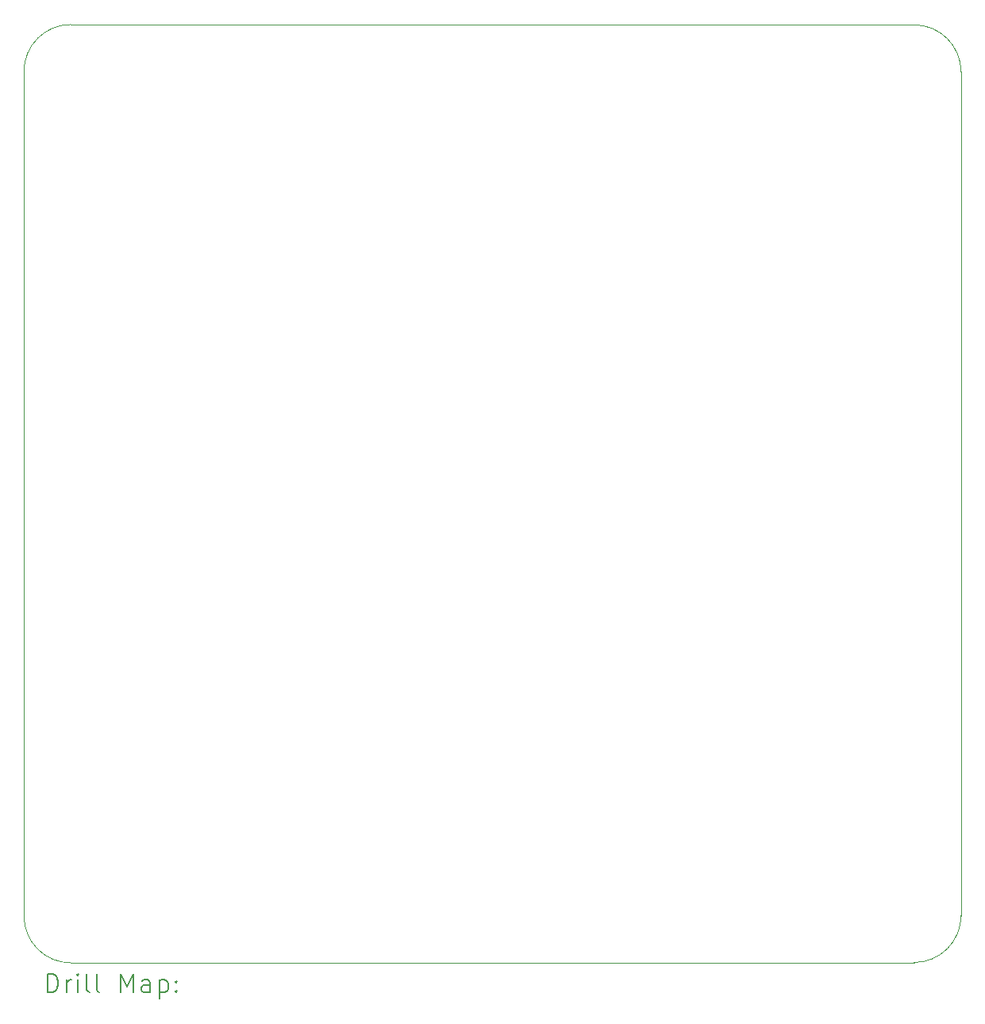
<source format=gbr>
%TF.GenerationSoftware,KiCad,Pcbnew,6.0.9*%
%TF.CreationDate,2022-12-10T00:29:14-03:00*%
%TF.ProjectId,trekking,7472656b-6b69-46e6-972e-6b696361645f,rev?*%
%TF.SameCoordinates,Original*%
%TF.FileFunction,Drillmap*%
%TF.FilePolarity,Positive*%
%FSLAX45Y45*%
G04 Gerber Fmt 4.5, Leading zero omitted, Abs format (unit mm)*
G04 Created by KiCad (PCBNEW 6.0.9) date 2022-12-10 00:29:14*
%MOMM*%
%LPD*%
G01*
G04 APERTURE LIST*
%ADD10C,0.100000*%
%ADD11C,0.200000*%
G04 APERTURE END LIST*
D10*
X4500000Y-5500000D02*
G75*
G03*
X4000000Y-6000000I0J-500000D01*
G01*
X4500000Y-5500000D02*
X13496447Y-5503553D01*
X13496447Y-15496447D02*
G75*
G03*
X13996447Y-14996447I3J499997D01*
G01*
X4000000Y-15000000D02*
G75*
G03*
X4500000Y-15500000I500000J0D01*
G01*
X4500000Y-15500000D02*
X13496447Y-15496447D01*
X13996447Y-6003553D02*
X13996447Y-14996447D01*
X4000000Y-6000000D02*
X4000000Y-15000000D01*
X13996447Y-6003553D02*
G75*
G03*
X13496447Y-5503553I-499997J3D01*
G01*
D11*
X4252619Y-15815476D02*
X4252619Y-15615476D01*
X4300238Y-15615476D01*
X4328810Y-15625000D01*
X4347857Y-15644048D01*
X4357381Y-15663095D01*
X4366905Y-15701190D01*
X4366905Y-15729762D01*
X4357381Y-15767857D01*
X4347857Y-15786905D01*
X4328810Y-15805952D01*
X4300238Y-15815476D01*
X4252619Y-15815476D01*
X4452619Y-15815476D02*
X4452619Y-15682143D01*
X4452619Y-15720238D02*
X4462143Y-15701190D01*
X4471667Y-15691667D01*
X4490714Y-15682143D01*
X4509762Y-15682143D01*
X4576429Y-15815476D02*
X4576429Y-15682143D01*
X4576429Y-15615476D02*
X4566905Y-15625000D01*
X4576429Y-15634524D01*
X4585952Y-15625000D01*
X4576429Y-15615476D01*
X4576429Y-15634524D01*
X4700238Y-15815476D02*
X4681190Y-15805952D01*
X4671667Y-15786905D01*
X4671667Y-15615476D01*
X4805000Y-15815476D02*
X4785952Y-15805952D01*
X4776429Y-15786905D01*
X4776429Y-15615476D01*
X5033571Y-15815476D02*
X5033571Y-15615476D01*
X5100238Y-15758333D01*
X5166905Y-15615476D01*
X5166905Y-15815476D01*
X5347857Y-15815476D02*
X5347857Y-15710714D01*
X5338333Y-15691667D01*
X5319286Y-15682143D01*
X5281190Y-15682143D01*
X5262143Y-15691667D01*
X5347857Y-15805952D02*
X5328810Y-15815476D01*
X5281190Y-15815476D01*
X5262143Y-15805952D01*
X5252619Y-15786905D01*
X5252619Y-15767857D01*
X5262143Y-15748809D01*
X5281190Y-15739286D01*
X5328810Y-15739286D01*
X5347857Y-15729762D01*
X5443095Y-15682143D02*
X5443095Y-15882143D01*
X5443095Y-15691667D02*
X5462143Y-15682143D01*
X5500238Y-15682143D01*
X5519286Y-15691667D01*
X5528810Y-15701190D01*
X5538333Y-15720238D01*
X5538333Y-15777381D01*
X5528810Y-15796428D01*
X5519286Y-15805952D01*
X5500238Y-15815476D01*
X5462143Y-15815476D01*
X5443095Y-15805952D01*
X5624048Y-15796428D02*
X5633571Y-15805952D01*
X5624048Y-15815476D01*
X5614524Y-15805952D01*
X5624048Y-15796428D01*
X5624048Y-15815476D01*
X5624048Y-15691667D02*
X5633571Y-15701190D01*
X5624048Y-15710714D01*
X5614524Y-15701190D01*
X5624048Y-15691667D01*
X5624048Y-15710714D01*
M02*

</source>
